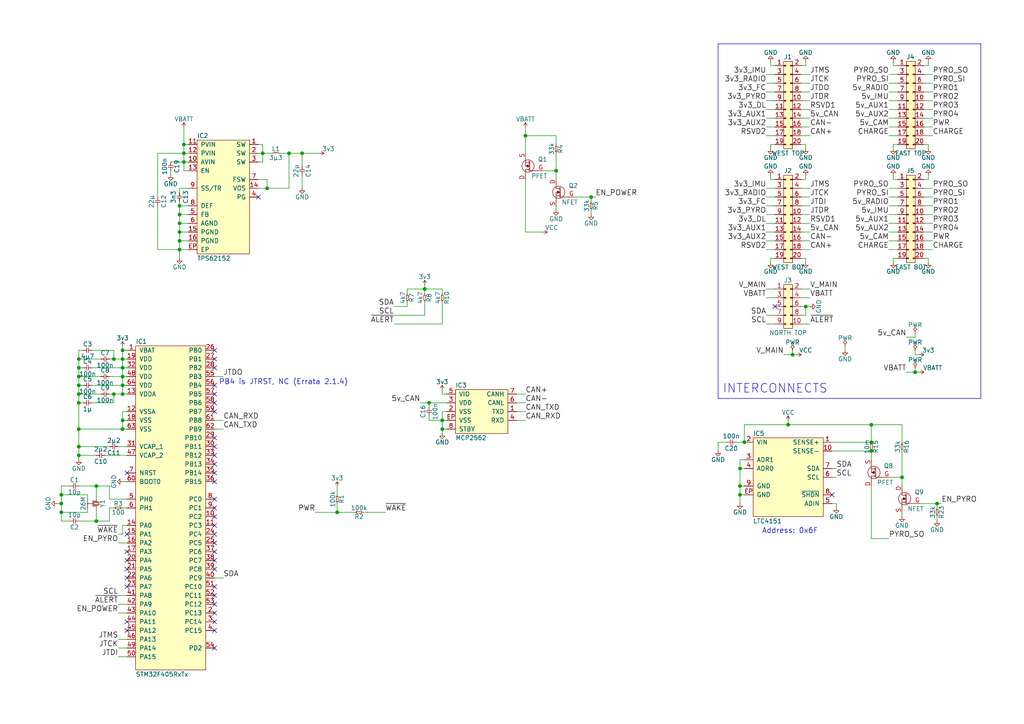
<source format=kicad_sch>
(kicad_sch (version 20230121) (generator eeschema)
  (paper "A4")
  (title_block (title "M3PSU - MCU Board") (date "2017-01-11") (rev "2") (company "CU Spaceflight") (comment 1 "Drawn by: Levin Tan, Jamie Wood"))
  (junction (at 35.56 104.14))
  (junction (at 33.02 114.3))
  (junction (at 17.78 143.51))
  (junction (at 35.56 114.3))
  (junction (at 128.27 124.46))
  (junction (at 214.63 140.97))
  (junction (at 215.9 128.27))
  (junction (at 53.34 41.91))
  (junction (at 252.73 128.27))
  (junction (at 22.86 104.14))
  (junction (at 161.29 49.53))
  (junction (at 52.07 69.85))
  (junction (at 22.86 129.54))
  (junction (at 22.86 106.68))
  (junction (at 35.56 124.46))
  (junction (at 22.86 124.46))
  (junction (at 271.78 146.05))
  (junction (at 87.63 44.45))
  (junction (at 77.47 54.61))
  (junction (at 33.02 104.14))
  (junction (at 22.86 114.3))
  (junction (at 17.78 148.59))
  (junction (at 229.87 102.87))
  (junction (at 52.07 64.77))
  (junction (at 35.56 111.76))
  (junction (at 35.56 106.68))
  (junction (at 214.63 135.89))
  (junction (at 128.27 121.92))
  (junction (at 228.6 123.19))
  (junction (at 35.56 121.92))
  (junction (at 27.94 140.97))
  (junction (at 22.86 116.84))
  (junction (at 52.07 67.31))
  (junction (at 265.43 107.95))
  (junction (at 97.79 148.59))
  (junction (at 52.07 59.69))
  (junction (at 233.68 88.9))
  (junction (at 53.34 46.99))
  (junction (at 252.73 130.81))
  (junction (at 22.86 111.76))
  (junction (at 83.82 44.45))
  (junction (at 52.07 62.23))
  (junction (at 17.78 146.05))
  (junction (at 124.46 116.84))
  (junction (at 22.86 132.08))
  (junction (at 214.63 143.51))
  (junction (at 123.19 83.82))
  (junction (at 27.94 151.13))
  (junction (at 35.56 109.22))
  (junction (at 22.86 109.22))
  (junction (at 52.07 72.39))
  (junction (at 152.4 39.37))
  (junction (at 252.73 123.19))
  (junction (at 261.62 138.43))
  (junction (at 53.34 44.45))
  (junction (at 76.2 44.45))
  (junction (at 171.45 57.15))
  (junction (at 35.56 101.6))
  (no_connect (at 62.23 162.56))
  (no_connect (at 62.23 172.72))
  (no_connect (at 62.23 137.16))
  (no_connect (at 62.23 106.68))
  (no_connect (at 62.23 104.14))
  (no_connect (at 62.23 111.76))
  (no_connect (at 241.3 143.51))
  (no_connect (at 62.23 132.08))
  (no_connect (at 62.23 139.7))
  (no_connect (at 62.23 152.4))
  (no_connect (at 62.23 170.18))
  (no_connect (at 62.23 114.3))
  (no_connect (at 62.23 154.94))
  (no_connect (at 62.23 187.96))
  (no_connect (at 36.83 167.64))
  (no_connect (at 62.23 180.34))
  (no_connect (at 36.83 165.1))
  (no_connect (at 74.93 57.15))
  (no_connect (at 36.83 170.18))
  (no_connect (at 36.83 137.16))
  (no_connect (at 36.83 162.56))
  (no_connect (at 36.83 160.02))
  (no_connect (at 36.83 182.88))
  (no_connect (at 62.23 177.8))
  (no_connect (at 62.23 160.02))
  (no_connect (at 62.23 182.88))
  (no_connect (at 62.23 144.78))
  (no_connect (at 62.23 149.86))
  (no_connect (at 62.23 147.32))
  (no_connect (at 62.23 134.62))
  (no_connect (at 62.23 101.6))
  (no_connect (at 62.23 165.1))
  (no_connect (at 62.23 127))
  (no_connect (at 62.23 175.26))
  (no_connect (at 36.83 180.34))
  (no_connect (at 224.79 88.9))
  (no_connect (at 62.23 116.84))
  (no_connect (at 62.23 119.38))
  (no_connect (at 62.23 157.48))
  (no_connect (at 62.23 129.54))
  (no_connect (at 36.83 154.94))
  (wire (pts (xy 33.02 116.84) (xy 33.02 114.3)))
  (wire (pts (xy 31.75 104.14) (xy 33.02 104.14)))
  (wire (pts (xy 233.68 19.05) (xy 233.68 17.78)))
  (wire (pts (xy 232.41 59.69) (xy 234.95 59.69)))
  (wire (pts (xy 265.43 106.68) (xy 265.43 107.95)))
  (wire (pts (xy 25.4 147.32) (xy 25.4 148.59)))
  (wire (pts (xy 262.89 97.79) (xy 265.43 97.79)))
  (wire (pts (xy 26.67 111.76) (xy 35.56 111.76)))
  (wire (pts (xy 267.97 59.69) (xy 270.51 59.69)))
  (wire (pts (xy 270.51 24.13) (xy 267.97 24.13)))
  (wire (pts (xy 241.3 138.43) (xy 242.57 138.43)))
  (wire (pts (xy 232.41 21.59) (xy 234.95 21.59)))
  (wire (pts (xy 223.52 17.78) (xy 223.52 19.05)))
  (wire (pts (xy 224.79 86.36) (xy 222.25 86.36)))
  (wire (pts (xy 26.67 101.6) (xy 33.02 101.6)))
  (wire (pts (xy 27.94 147.32) (xy 27.94 151.13)))
  (wire (pts (xy 252.73 130.81) (xy 252.73 133.35)))
  (wire (pts (xy 22.86 101.6) (xy 22.86 104.14)))
  (wire (pts (xy 105.41 148.59) (xy 111.76 148.59)))
  (wire (pts (xy 35.56 111.76) (xy 35.56 114.3)))
  (wire (pts (xy 267.97 72.39) (xy 270.51 72.39)))
  (wire (pts (xy 267.97 21.59) (xy 270.51 21.59)))
  (wire (pts (xy 232.41 36.83) (xy 234.95 36.83)))
  (wire (pts (xy 123.19 83.82) (xy 123.19 85.09)))
  (wire (pts (xy 161.29 44.45) (xy 161.29 49.53)))
  (wire (pts (xy 22.86 106.68) (xy 22.86 109.22)))
  (wire (pts (xy 161.29 59.69) (xy 161.29 60.96)))
  (wire (pts (xy 52.07 72.39) (xy 54.61 72.39)))
  (wire (pts (xy 54.61 59.69) (xy 52.07 59.69)))
  (wire (pts (xy 45.72 44.45) (xy 53.34 44.45)))
  (wire (pts (xy 252.73 128.27) (xy 252.73 123.19)))
  (wire (pts (xy 215.9 123.19) (xy 228.6 123.19)))
  (wire (pts (xy 152.4 116.84) (xy 149.86 116.84)))
  (wire (pts (xy 128.27 93.98) (xy 114.3 93.98)))
  (wire (pts (xy 252.73 123.19) (xy 261.62 123.19)))
  (wire (pts (xy 269.24 74.93) (xy 269.24 76.2)))
  (wire (pts (xy 267.97 41.91) (xy 269.24 41.91)))
  (wire (pts (xy 49.53 50.8) (xy 49.53 49.53)))
  (wire (pts (xy 53.34 49.53) (xy 54.61 49.53)))
  (wire (pts (xy 265.43 97.79) (xy 265.43 96.52)))
  (wire (pts (xy 161.29 49.53) (xy 161.29 52.07)))
  (wire (pts (xy 17.78 148.59) (xy 17.78 151.13)))
  (wire (pts (xy 35.56 109.22) (xy 36.83 109.22)))
  (wire (pts (xy 232.41 72.39) (xy 234.95 72.39)))
  (wire (pts (xy 232.41 83.82) (xy 234.95 83.82)))
  (wire (pts (xy 252.73 156.21) (xy 257.81 156.21)))
  (wire (pts (xy 25.4 148.59) (xy 17.78 148.59)))
  (wire (pts (xy 157.48 49.53) (xy 161.29 49.53)))
  (wire (pts (xy 214.63 143.51) (xy 214.63 146.05)))
  (wire (pts (xy 223.52 74.93) (xy 223.52 76.2)))
  (wire (pts (xy 232.41 29.21) (xy 234.95 29.21)))
  (wire (pts (xy 232.41 69.85) (xy 234.95 69.85)))
  (wire (pts (xy 45.72 72.39) (xy 52.07 72.39)))
  (wire (pts (xy 232.41 52.07) (xy 233.68 52.07)))
  (wire (pts (xy 259.08 19.05) (xy 259.08 17.78)))
  (wire (pts (xy 27.94 144.78) (xy 27.94 140.97)))
  (wire (pts (xy 22.86 106.68) (xy 24.13 106.68)))
  (wire (pts (xy 24.13 101.6) (xy 22.86 101.6)))
  (wire (pts (xy 222.25 36.83) (xy 224.79 36.83)))
  (wire (pts (xy 114.3 91.44) (xy 123.19 91.44)))
  (wire (pts (xy 123.19 83.82) (xy 128.27 83.82)))
  (wire (pts (xy 118.11 83.82) (xy 118.11 85.09)))
  (wire (pts (xy 22.86 132.08) (xy 22.86 133.35)))
  (wire (pts (xy 267.97 39.37) (xy 270.51 39.37)))
  (wire (pts (xy 224.79 31.75) (xy 222.25 31.75)))
  (wire (pts (xy 33.02 114.3) (xy 35.56 114.3)))
  (wire (pts (xy 257.81 34.29) (xy 260.35 34.29)))
  (wire (pts (xy 22.86 109.22) (xy 29.21 109.22)))
  (wire (pts (xy 74.93 52.07) (xy 77.47 52.07)))
  (polyline (pts (xy 208.28 115.57) (xy 284.48 115.57)))
  (wire (pts (xy 232.41 62.23) (xy 234.95 62.23)))
  (wire (pts (xy 36.83 185.42) (xy 34.29 185.42)))
  (wire (pts (xy 53.34 44.45) (xy 53.34 46.99)))
  (wire (pts (xy 36.83 119.38) (xy 35.56 119.38)))
  (wire (pts (xy 128.27 119.38) (xy 128.27 121.92)))
  (wire (pts (xy 271.78 147.32) (xy 271.78 146.05)))
  (wire (pts (xy 149.86 121.92) (xy 152.4 121.92)))
  (polyline (pts (xy 208.28 12.7) (xy 208.28 115.57)))
  (wire (pts (xy 62.23 167.64) (xy 64.77 167.64)))
  (wire (pts (xy 265.43 101.6) (xy 265.43 102.87)))
  (wire (pts (xy 34.29 154.94) (xy 35.56 154.94)))
  (wire (pts (xy 265.43 102.87) (xy 266.7 102.87)))
  (wire (pts (xy 83.82 54.61) (xy 83.82 44.45)))
  (wire (pts (xy 22.86 132.08) (xy 27.94 132.08)))
  (wire (pts (xy 215.9 123.19) (xy 215.9 128.27)))
  (wire (pts (xy 118.11 88.9) (xy 118.11 87.63)))
  (wire (pts (xy 224.79 62.23) (xy 222.25 62.23)))
  (wire (pts (xy 224.79 54.61) (xy 222.25 54.61)))
  (wire (pts (xy 228.6 123.19) (xy 252.73 123.19)))
  (wire (pts (xy 35.56 109.22) (xy 35.56 111.76)))
  (wire (pts (xy 20.32 140.97) (xy 17.78 140.97)))
  (wire (pts (xy 22.86 129.54) (xy 31.75 129.54)))
  (wire (pts (xy 260.35 21.59) (xy 257.81 21.59)))
  (wire (pts (xy 118.11 88.9) (xy 114.3 88.9)))
  (wire (pts (xy 22.86 140.97) (xy 27.94 140.97)))
  (wire (pts (xy 129.54 119.38) (xy 128.27 119.38)))
  (wire (pts (xy 81.28 44.45) (xy 83.82 44.45)))
  (wire (pts (xy 259.08 41.91) (xy 259.08 43.18)))
  (wire (pts (xy 260.35 64.77) (xy 257.81 64.77)))
  (wire (pts (xy 27.94 151.13) (xy 31.75 151.13)))
  (wire (pts (xy 223.52 50.8) (xy 223.52 52.07)))
  (wire (pts (xy 22.86 114.3) (xy 29.21 114.3)))
  (wire (pts (xy 166.37 57.15) (xy 171.45 57.15)))
  (wire (pts (xy 233.68 88.9) (xy 234.95 88.9)))
  (wire (pts (xy 224.79 72.39) (xy 222.25 72.39)))
  (wire (pts (xy 269.24 19.05) (xy 269.24 17.78)))
  (wire (pts (xy 215.9 135.89) (xy 214.63 135.89)))
  (wire (pts (xy 31.75 140.97) (xy 31.75 144.78)))
  (wire (pts (xy 49.53 46.99) (xy 53.34 46.99)))
  (wire (pts (xy 271.78 146.05) (xy 273.05 146.05)))
  (wire (pts (xy 257.81 57.15) (xy 260.35 57.15)))
  (wire (pts (xy 53.34 44.45) (xy 54.61 44.45)))
  (wire (pts (xy 22.86 116.84) (xy 24.13 116.84)))
  (wire (pts (xy 270.51 29.21) (xy 267.97 29.21)))
  (wire (pts (xy 53.34 46.99) (xy 54.61 46.99)))
  (wire (pts (xy 260.35 59.69) (xy 257.81 59.69)))
  (wire (pts (xy 17.78 146.05) (xy 17.78 148.59)))
  (wire (pts (xy 261.62 148.59) (xy 261.62 149.86)))
  (wire (pts (xy 267.97 31.75) (xy 270.51 31.75)))
  (wire (pts (xy 124.46 116.84) (xy 124.46 118.11)))
  (wire (pts (xy 128.27 113.03) (xy 128.27 114.3)))
  (wire (pts (xy 35.56 139.7) (xy 36.83 139.7)))
  (wire (pts (xy 260.35 41.91) (xy 259.08 41.91)))
  (wire (pts (xy 22.86 111.76) (xy 24.13 111.76)))
  (wire (pts (xy 269.24 41.91) (xy 269.24 43.18)))
  (wire (pts (xy 128.27 114.3) (xy 129.54 114.3)))
  (wire (pts (xy 52.07 67.31) (xy 52.07 69.85)))
  (wire (pts (xy 224.79 64.77) (xy 222.25 64.77)))
  (wire (pts (xy 224.79 26.67) (xy 222.25 26.67)))
  (wire (pts (xy 224.79 67.31) (xy 222.25 67.31)))
  (wire (pts (xy 52.07 69.85) (xy 54.61 69.85)))
  (wire (pts (xy 152.4 114.3) (xy 149.86 114.3)))
  (wire (pts (xy 223.52 41.91) (xy 223.52 43.18)))
  (wire (pts (xy 33.02 104.14) (xy 35.56 104.14)))
  (wire (pts (xy 128.27 121.92) (xy 129.54 121.92)))
  (wire (pts (xy 257.81 39.37) (xy 260.35 39.37)))
  (wire (pts (xy 87.63 50.8) (xy 87.63 54.61)))
  (wire (pts (xy 229.87 102.87) (xy 231.14 102.87)))
  (wire (pts (xy 227.33 102.87) (xy 229.87 102.87)))
  (wire (pts (xy 224.79 59.69) (xy 222.25 59.69)))
  (wire (pts (xy 35.56 111.76) (xy 36.83 111.76)))
  (wire (pts (xy 171.45 58.42) (xy 171.45 57.15)))
  (wire (pts (xy 35.56 101.6) (xy 36.83 101.6)))
  (wire (pts (xy 214.63 135.89) (xy 214.63 140.97)))
  (wire (pts (xy 214.63 133.35) (xy 214.63 135.89)))
  (wire (pts (xy 35.56 154.94) (xy 35.56 152.4)))
  (wire (pts (xy 214.63 140.97) (xy 215.9 140.97)))
  (wire (pts (xy 35.56 100.33) (xy 35.56 101.6)))
  (wire (pts (xy 152.4 39.37) (xy 152.4 44.45)))
  (wire (pts (xy 123.19 91.44) (xy 123.19 87.63)))
  (wire (pts (xy 74.93 54.61) (xy 77.47 54.61)))
  (wire (pts (xy 233.68 91.44) (xy 232.41 91.44)))
  (wire (pts (xy 257.81 29.21) (xy 260.35 29.21)))
  (wire (pts (xy 36.83 187.96) (xy 34.29 187.96)))
  (wire (pts (xy 34.29 129.54) (xy 36.83 129.54)))
  (wire (pts (xy 31.75 144.78) (xy 36.83 144.78)))
  (wire (pts (xy 31.75 114.3) (xy 33.02 114.3)))
  (wire (pts (xy 97.79 140.97) (xy 97.79 143.51)))
  (wire (pts (xy 223.52 52.07) (xy 224.79 52.07)))
  (wire (pts (xy 259.08 52.07) (xy 259.08 50.8)))
  (wire (pts (xy 222.25 69.85) (xy 224.79 69.85)))
  (wire (pts (xy 62.23 109.22) (xy 64.77 109.22)))
  (wire (pts (xy 22.86 116.84) (xy 22.86 124.46)))
  (wire (pts (xy 35.56 106.68) (xy 35.56 109.22)))
  (wire (pts (xy 267.97 26.67) (xy 270.51 26.67)))
  (wire (pts (xy 35.56 104.14) (xy 36.83 104.14)))
  (wire (pts (xy 271.78 151.13) (xy 271.78 149.86)))
  (wire (pts (xy 25.4 143.51) (xy 17.78 143.51)))
  (wire (pts (xy 22.86 109.22) (xy 22.86 111.76)))
  (wire (pts (xy 17.78 151.13) (xy 20.32 151.13)))
  (wire (pts (xy 214.63 140.97) (xy 214.63 143.51)))
  (wire (pts (xy 229.87 101.6) (xy 229.87 102.87)))
  (wire (pts (xy 29.21 104.14) (xy 22.86 104.14)))
  (wire (pts (xy 267.97 54.61) (xy 270.51 54.61)))
  (wire (pts (xy 233.68 88.9) (xy 233.68 91.44)))
  (wire (pts (xy 22.86 111.76) (xy 22.86 114.3)))
  (wire (pts (xy 232.41 57.15) (xy 234.95 57.15)))
  (wire (pts (xy 241.3 128.27) (xy 252.73 128.27)))
  (wire (pts (xy 267.97 19.05) (xy 269.24 19.05)))
  (wire (pts (xy 245.11 100.33) (xy 245.11 101.6)))
  (wire (pts (xy 223.52 19.05) (xy 224.79 19.05)))
  (wire (pts (xy 232.41 26.67) (xy 234.95 26.67)))
  (wire (pts (xy 22.86 151.13) (xy 27.94 151.13)))
  (wire (pts (xy 267.97 67.31) (xy 270.51 67.31)))
  (wire (pts (xy 52.07 64.77) (xy 54.61 64.77)))
  (wire (pts (xy 152.4 36.83) (xy 152.4 39.37)))
  (wire (pts (xy 52.07 54.61) (xy 52.07 55.88)))
  (wire (pts (xy 265.43 107.95) (xy 266.7 107.95)))
  (wire (pts (xy 224.79 41.91) (xy 223.52 41.91)))
  (wire (pts (xy 269.24 52.07) (xy 269.24 50.8)))
  (wire (pts (xy 252.73 140.97) (xy 252.73 156.21)))
  (wire (pts (xy 77.47 52.07) (xy 77.47 54.61)))
  (wire (pts (xy 232.41 31.75) (xy 234.95 31.75)))
  (wire (pts (xy 260.35 19.05) (xy 259.08 19.05)))
  (wire (pts (xy 36.83 172.72) (xy 34.29 172.72)))
  (wire (pts (xy 262.89 107.95) (xy 265.43 107.95)))
  (wire (pts (xy 76.2 44.45) (xy 76.2 46.99)))
  (wire (pts (xy 232.41 88.9) (xy 233.68 88.9)))
  (wire (pts (xy 152.4 67.31) (xy 157.48 67.31)))
  (wire (pts (xy 232.41 41.91) (xy 233.68 41.91)))
  (wire (pts (xy 22.86 124.46) (xy 22.86 129.54)))
  (wire (pts (xy 232.41 67.31) (xy 234.95 67.31)))
  (wire (pts (xy 224.79 57.15) (xy 222.25 57.15)))
  (wire (pts (xy 224.79 83.82) (xy 222.25 83.82)))
  (wire (pts (xy 74.93 44.45) (xy 76.2 44.45)))
  (wire (pts (xy 215.9 133.35) (xy 214.63 133.35)))
  (wire (pts (xy 224.79 39.37) (xy 222.25 39.37)))
  (wire (pts (xy 53.34 46.99) (xy 53.34 49.53)))
  (wire (pts (xy 121.92 116.84) (xy 124.46 116.84)))
  (wire (pts (xy 22.86 129.54) (xy 22.86 132.08)))
  (wire (pts (xy 171.45 57.15) (xy 172.72 57.15)))
  (wire (pts (xy 35.56 121.92) (xy 35.56 124.46)))
  (wire (pts (xy 118.11 83.82) (xy 123.19 83.82)))
  (wire (pts (xy 241.3 130.81) (xy 252.73 130.81)))
  (wire (pts (xy 224.79 74.93) (xy 223.52 74.93)))
  (wire (pts (xy 54.61 41.91) (xy 53.34 41.91)))
  (wire (pts (xy 232.41 54.61) (xy 234.95 54.61)))
  (wire (pts (xy 53.34 36.83) (xy 53.34 41.91)))
  (wire (pts (xy 25.4 144.78) (xy 25.4 143.51)))
  (wire (pts (xy 36.83 132.08) (xy 30.48 132.08)))
  (wire (pts (xy 35.56 114.3) (xy 36.83 114.3)))
  (wire (pts (xy 36.83 147.32) (xy 35.56 147.32)))
  (wire (pts (xy 261.62 123.19) (xy 261.62 128.27)))
  (wire (pts (xy 128.27 83.82) (xy 128.27 85.09)))
  (wire (pts (xy 26.67 116.84) (xy 33.02 116.84)))
  (wire (pts (xy 152.4 52.07) (xy 152.4 67.31)))
  (wire (pts (xy 31.75 147.32) (xy 31.75 151.13)))
  (wire (pts (xy 214.63 143.51) (xy 215.9 143.51)))
  (wire (pts (xy 233.68 41.91) (xy 233.68 43.18)))
  (wire (pts (xy 97.79 148.59) (xy 102.87 148.59)))
  (wire (pts (xy 53.34 41.91) (xy 53.34 44.45)))
  (wire (pts (xy 224.79 34.29) (xy 222.25 34.29)))
  (wire (pts (xy 97.79 146.05) (xy 97.79 148.59)))
  (wire (pts (xy 52.07 64.77) (xy 52.07 67.31)))
  (wire (pts (xy 52.07 67.31) (xy 54.61 67.31)))
  (wire (pts (xy 267.97 64.77) (xy 270.51 64.77)))
  (wire (pts (xy 35.56 101.6) (xy 35.56 104.14)))
  (wire (pts (xy 83.82 44.45) (xy 87.63 44.45)))
  (wire (pts (xy 54.61 54.61) (xy 52.07 54.61)))
  (wire (pts (xy 259.08 74.93) (xy 259.08 76.2)))
  (wire (pts (xy 261.62 130.81) (xy 261.62 138.43)))
  (wire (pts (xy 45.72 44.45) (xy 45.72 57.15)))
  (wire (pts (xy 232.41 74.93) (xy 233.68 74.93)))
  (wire (pts (xy 33.02 147.32) (xy 31.75 147.32)))
  (polyline (pts (xy 284.48 12.7) (xy 208.28 12.7)))
  (wire (pts (xy 124.46 121.92) (xy 124.46 120.65)))
  (wire (pts (xy 233.68 52.07) (xy 233.68 50.8)))
  (wire (pts (xy 17.78 140.97) (xy 17.78 143.51)))
  (wire (pts (xy 260.35 31.75) (xy 257.81 31.75)))
  (wire (pts (xy 64.77 124.46) (xy 62.23 124.46)))
  (wire (pts (xy 260.35 74.93) (xy 259.08 74.93)))
  (wire (pts (xy 267.97 52.07) (xy 269.24 52.07)))
  (wire (pts (xy 124.46 116.84) (xy 129.54 116.84)))
  (wire (pts (xy 123.19 82.55) (xy 123.19 83.82)))
  (wire (pts (xy 22.86 104.14) (xy 22.86 106.68)))
  (wire (pts (xy 52.07 62.23) (xy 52.07 64.77)))
  (wire (pts (xy 76.2 44.45) (xy 78.74 44.45)))
  (wire (pts (xy 224.79 21.59) (xy 222.25 21.59)))
  (wire (pts (xy 215.9 128.27) (xy 213.36 128.27)))
  (wire (pts (xy 270.51 62.23) (xy 267.97 62.23)))
  (wire (pts (xy 208.28 130.81) (xy 208.28 128.27)))
  (wire (pts (xy 228.6 121.92) (xy 228.6 123.19)))
  (wire (pts (xy 17.78 146.05) (xy 16.51 146.05)))
  (wire (pts (xy 128.27 124.46) (xy 129.54 124.46)))
  (wire (pts (xy 91.44 148.59) (xy 97.79 148.59)))
  (wire (pts (xy 35.56 104.14) (xy 35.56 106.68)))
  (wire (pts (xy 76.2 46.99) (xy 74.93 46.99)))
  (wire (pts (xy 267.97 34.29) (xy 270.51 34.29)))
  (wire (pts (xy 261.62 138.43) (xy 261.62 140.97)))
  (wire (pts (xy 52.07 59.69) (xy 52.07 62.23)))
  (wire (pts (xy 52.07 58.42) (xy 52.07 59.69)))
  (wire (pts (xy 33.02 101.6) (xy 33.02 104.14)))
  (wire (pts (xy 87.63 44.45) (xy 87.63 48.26)))
  (wire (pts (xy 27.94 140.97) (xy 31.75 140.97)))
  (wire (pts (xy 270.51 57.15) (xy 267.97 57.15)))
  (wire (pts (xy 149.86 119.38) (xy 152.4 119.38)))
  (wire (pts (xy 232.41 19.05) (xy 233.68 19.05)))
  (wire (pts (xy 260.35 36.83) (xy 257.81 36.83)))
  (wire (pts (xy 22.86 114.3) (xy 22.86 116.84)))
  (wire (pts (xy 242.57 146.05) (xy 242.57 147.32)))
  (wire (pts (xy 241.3 135.89) (xy 242.57 135.89)))
  (wire (pts (xy 232.41 24.13) (xy 234.95 24.13)))
  (wire (pts (xy 128.27 124.46) (xy 128.27 125.73)))
  (wire (pts (xy 36.83 152.4) (xy 35.56 152.4)))
  (wire (pts (xy 232.41 86.36) (xy 234.95 86.36)))
  (wire (pts (xy 260.35 54.61) (xy 257.81 54.61)))
  (wire (pts (xy 124.46 121.92) (xy 128.27 121.92)))
  (wire (pts (xy 128.27 87.63) (xy 128.27 93.98)))
  (wire (pts (xy 257.81 72.39) (xy 260.35 72.39)))
  (wire (pts (xy 270.51 36.83) (xy 267.97 36.83)))
  (wire (pts (xy 52.07 72.39) (xy 52.07 74.93)))
  (wire (pts (xy 77.47 54.61) (xy 83.82 54.61)))
  (wire (pts (xy 270.51 69.85) (xy 267.97 69.85)))
  (wire (pts (xy 208.28 128.27) (xy 210.82 128.27)))
  (wire (pts (xy 35.56 124.46) (xy 36.83 124.46)))
  (wire (pts (xy 257.81 24.13) (xy 260.35 24.13)))
  (wire (pts (xy 45.72 59.69) (xy 45.72 72.39)))
  (wire (pts (xy 257.81 67.31) (xy 260.35 67.31)))
  (wire (pts (xy 260.35 69.85) (xy 257.81 69.85)))
  (wire (pts (xy 128.27 121.92) (xy 128.27 124.46)))
  (wire (pts (xy 17.78 143.51) (xy 17.78 146.05)))
  (wire (pts (xy 36.83 190.5) (xy 34.29 190.5)))
  (wire (pts (xy 161.29 41.91) (xy 161.29 39.37)))
  (wire (pts (xy 224.79 91.44) (xy 222.25 91.44)))
  (wire (pts (xy 260.35 52.07) (xy 259.08 52.07)))
  (wire (pts (xy 232.41 34.29) (xy 234.95 34.29)))
  (wire (pts (xy 52.07 62.23) (xy 54.61 62.23)))
  (wire (pts (xy 35.56 119.38) (xy 35.56 121.92)))
  (wire (pts (xy 26.67 106.68) (xy 35.56 106.68)))
  (wire (pts (xy 260.35 26.67) (xy 257.81 26.67)))
  (wire (pts (xy 267.97 74.93) (xy 269.24 74.93)))
  (wire (pts (xy 171.45 62.23) (xy 171.45 60.96)))
  (wire (pts (xy 224.79 24.13) (xy 222.25 24.13)))
  (wire (pts (xy 36.83 175.26) (xy 34.29 175.26)))
  (wire (pts (xy 161.29 39.37) (xy 152.4 39.37)))
  (wire (pts (xy 224.79 93.98) (xy 222.25 93.98)))
  (wire (pts (xy 31.75 109.22) (xy 35.56 109.22)))
  (polyline (pts (xy 284.48 115.57) (xy 284.48 12.7)))
  (wire (pts (xy 241.3 146.05) (xy 242.57 146.05)))
  (wire (pts (xy 232.41 39.37) (xy 234.95 39.37)))
  (wire (pts (xy 52.07 69.85) (xy 52.07 72.39)))
  (wire (pts (xy 266.7 146.05) (xy 271.78 146.05)))
  (wire (pts (xy 36.83 121.92) (xy 35.56 121.92)))
  (wire (pts (xy 224.79 29.21) (xy 222.25 29.21)))
  (wire (pts (xy 76.2 41.91) (xy 74.93 41.91)))
  (wire (pts (xy 62.23 121.92) (xy 64.77 121.92)))
  (wire (pts (xy 76.2 41.91) (xy 76.2 44.45)))
  (wire (pts (xy 35.56 106.68) (xy 36.83 106.68)))
  (wire (pts (xy 34.29 177.8) (xy 36.83 177.8)))
  (wire (pts (xy 257.81 62.23) (xy 260.35 62.23)))
  (wire (pts (xy 34.29 157.48) (xy 36.83 157.48)))
  (wire (pts (xy 232.41 93.98) (xy 234.95 93.98)))
  (wire (pts (xy 232.41 64.77) (xy 234.95 64.77)))
  (wire (pts (xy 22.86 124.46) (xy 35.56 124.46)))
  (wire (pts (xy 87.63 44.45) (xy 92.71 44.45)))
  (wire (pts (xy 257.81 138.43) (xy 261.62 138.43)))
  (wire (pts (xy 233.68 74.93) (xy 233.68 76.2)))
  (text "Address: 0x6F" (at 220.98 154.94 0) (effects (font (size 1.524 1.524)) (justify left bottom)))
  (text "INTERCONNECTS" (at 209.55 114.3 0) (effects (font (size 2.54 2.54)) (justify left bottom)))
  (text "PB4 is JTRST, NC (Errata 2.1.4)" (at 63.5 111.76 0) (effects (font (size 1.524 1.524)) (justify left bottom)))
  (label "PYRO_SI" (at 270.51 24.13 0) (effects (font (size 1.524 1.524))))
  (label "JTMS" (at 234.95 21.59 0) (effects (font (size 1.524 1.524))))
  (label "CHARGE" (at 270.51 72.39 0) (effects (font (size 1.524 1.524))))
  (label "JTCK" (at 34.29 187.96 180) (effects (font (size 1.524 1.524))))
  (label "JTCK" (at 234.95 57.15 0) (effects (font (size 1.524 1.524))))
  (label "V_MAIN" (at 222.25 83.82 180) (effects (font (size 1.524 1.524))))
  (label "JTDO" (at 234.95 26.67 0) (effects (font (size 1.524 1.524))))
  (label "SCL" (at 114.3 91.44 180) (effects (font (size 1.524 1.524))))
  (label "5v_CAN" (at 262.89 97.79 180) (effects (font (size 1.524 1.524))))
  (label "V_MAIN" (at 234.95 83.82 0) (effects (font (size 1.524 1.524))))
  (label "3v3_FC" (at 222.25 26.67 180) (effects (font (size 1.524 1.524))))
  (label "5v_CAM" (at 257.81 69.85 180) (effects (font (size 1.524 1.524))))
  (label "CAN-" (at 234.95 36.83 0) (effects (font (size 1.524 1.524))))
  (label "RSVD2" (at 222.25 72.39 180) (effects (font (size 1.524 1.524))))
  (label "5v_AUX2" (at 257.81 34.29 180) (effects (font (size 1.524 1.524))))
  (label "EN_PYRO" (at 34.29 157.48 180) (effects (font (size 1.524 1.524))))
  (label "V_MAIN" (at 227.33 102.87 180) (effects (font (size 1.524 1.524))))
  (label "PYRO2" (at 270.51 62.23 0) (effects (font (size 1.524 1.524))))
  (label "JTDI" (at 234.95 59.69 0) (effects (font (size 1.524 1.524))))
  (label "SCL" (at 34.29 172.72 180) (effects (font (size 1.524 1.524))))
  (label "~{ALERT}" (at 234.95 93.98 0) (effects (font (size 1.524 1.524))))
  (label "JTDR" (at 234.95 62.23 0) (effects (font (size 1.524 1.524))))
  (label "PYRO4" (at 270.51 67.31 0) (effects (font (size 1.524 1.524))))
  (label "5v_RADIO" (at 257.81 26.67 180) (effects (font (size 1.524 1.524))))
  (label "~{ALERT}" (at 114.3 93.98 180) (effects (font (size 1.524 1.524))))
  (label "CAN-" (at 152.4 116.84 0) (effects (font (size 1.524 1.524))))
  (label "CHARGE" (at 257.81 72.39 180) (effects (font (size 1.524 1.524))))
  (label "EN_PYRO" (at 273.05 146.05 0) (effects (font (size 1.524 1.524))))
  (label "RSVD1" (at 234.95 64.77 0) (effects (font (size 1.524 1.524))))
  (label "PYRO_SI" (at 257.81 57.15 180) (effects (font (size 1.524 1.524))))
  (label "5v_AUX1" (at 257.81 31.75 180) (effects (font (size 1.524 1.524))))
  (label "3v3_AUX2" (at 222.25 36.83 180) (effects (font (size 1.524 1.524))))
  (label "PYRO_SI" (at 257.81 24.13 180) (effects (font (size 1.524 1.524))))
  (label "CAN_TXD" (at 152.4 119.38 0) (effects (font (size 1.524 1.524))))
  (label "3v3_IMU" (at 222.25 21.59 180) (effects (font (size 1.524 1.524))))
  (label "PYRO1" (at 270.51 59.69 0) (effects (font (size 1.524 1.524))))
  (label "SCL" (at 222.25 93.98 180) (effects (font (size 1.524 1.524))))
  (label "3v3_AUX1" (at 222.25 67.31 180) (effects (font (size 1.524 1.524))))
  (label "3v3_PYRO" (at 222.25 29.21 180) (effects (font (size 1.524 1.524))))
  (label "PYRO_SO" (at 257.81 21.59 180) (effects (font (size 1.524 1.524))))
  (label "CAN+" (at 234.95 39.37 0) (effects (font (size 1.524 1.524))))
  (label "SDA" (at 222.25 91.44 180) (effects (font (size 1.524 1.524))))
  (label "3v3_RADIO" (at 222.25 57.15 180) (effects (font (size 1.524 1.524))))
  (label "JTMS" (at 34.29 185.42 180) (effects (font (size 1.524 1.524))))
  (label "VBATT" (at 234.95 86.36 0) (effects (font (size 1.524 1.524))))
  (label "5v_AUX1" (at 257.81 64.77 180) (effects (font (size 1.524 1.524))))
  (label "CAN+" (at 152.4 114.3 0) (effects (font (size 1.524 1.524))))
  (label "3v3_DL" (at 222.25 64.77 180) (effects (font (size 1.524 1.524))))
  (label "~{WAKE}" (at 111.76 148.59 0) (effects (font (size 1.524 1.524))))
  (label "PWR" (at 270.51 69.85 0) (effects (font (size 1.524 1.524))))
  (label "SDA" (at 114.3 88.9 180) (effects (font (size 1.524 1.524))))
  (label "3v3_AUX1" (at 222.25 34.29 180) (effects (font (size 1.524 1.524))))
  (label "3v3_DL" (at 222.25 31.75 180) (effects (font (size 1.524 1.524))))
  (label "5v_IMU" (at 257.81 62.23 180) (effects (font (size 1.524 1.524))))
  (label "JTDR" (at 234.95 29.21 0) (effects (font (size 1.524 1.524))))
  (label "JTDI" (at 34.29 190.5 180) (effects (font (size 1.524 1.524))))
  (label "5v_CAN" (at 234.95 34.29 0) (effects (font (size 1.524 1.524))))
  (label "3v3_RADIO" (at 222.25 24.13 180) (effects (font (size 1.524 1.524))))
  (label "CHARGE" (at 257.81 39.37 180) (effects (font (size 1.524 1.524))))
  (label "PWR" (at 270.51 36.83 0) (effects (font (size 1.524 1.524))))
  (label "PYRO_SO" (at 257.81 156.21 0) (effects (font (size 1.524 1.524))))
  (label "JTDO" (at 64.77 109.22 0) (effects (font (size 1.524 1.524))))
  (label "PWR" (at 91.44 148.59 180) (effects (font (size 1.524 1.524))))
  (label "VBATT" (at 222.25 86.36 180) (effects (font (size 1.524 1.524))))
  (label "CAN_RXD" (at 152.4 121.92 0) (effects (font (size 1.524 1.524))))
  (label "PYRO4" (at 270.51 34.29 0) (effects (font (size 1.524 1.524))))
  (label "PYRO1" (at 270.51 26.67 0) (effects (font (size 1.524 1.524))))
  (label "CAN_RXD" (at 64.77 121.92 0) (effects (font (size 1.524 1.524))))
  (label "VBATT" (at 262.89 107.95 180) (effects (font (size 1.524 1.524))))
  (label "EN_POWER" (at 34.29 177.8 180) (effects (font (size 1.524 1.524))))
  (label "CHARGE" (at 270.51 39.37 0) (effects (font (size 1.524 1.524))))
  (label "PYRO3" (at 270.51 64.77 0) (effects (font (size 1.524 1.524))))
  (label "PYRO_SO" (at 270.51 21.59 0) (effects (font (size 1.524 1.524))))
  (label "~{WAKE}" (at 34.29 154.94 180) (effects (font (size 1.524 1.524))))
  (label "PYRO_SO" (at 257.81 54.61 180) (effects (font (size 1.524 1.524))))
  (label "5v_CAN" (at 234.95 67.31 0) (effects (font (size 1.524 1.524))))
  (label "CAN-" (at 234.95 69.85 0) (effects (font (size 1.524 1.524))))
  (label "5v_IMU" (at 257.81 29.21 180) (effects (font (size 1.524 1.524))))
  (label "JTMS" (at 234.95 54.61 0) (effects (font (size 1.524 1.524))))
  (label "JTCK" (at 234.95 24.13 0) (effects (font (size 1.524 1.524))))
  (label "CAN_TXD" (at 64.77 124.46 0) (effects (font (size 1.524 1.524))))
  (label "3v3_FC" (at 222.25 59.69 180) (effects (font (size 1.524 1.524))))
  (label "3v3_IMU" (at 222.25 54.61 180) (effects (font (size 1.524 1.524))))
  (label "SCL" (at 242.57 138.43 0) (effects (font (size 1.524 1.524))))
  (label "SDA" (at 242.57 135.89 0) (effects (font (size 1.524 1.524))))
  (label "PYRO_SO" (at 270.51 54.61 0) (effects (font (size 1.524 1.524))))
  (label "5v_CAM" (at 257.81 36.83 180) (effects (font (size 1.524 1.524))))
  (label "3v3_AUX2" (at 222.25 69.85 180) (effects (font (size 1.524 1.524))))
  (label "5v_AUX2" (at 257.81 67.31 180) (effects (font (size 1.524 1.524))))
  (label "EN_POWER" (at 172.72 57.15 0) (effects (font (size 1.524 1.524))))
  (label "5v_RADIO" (at 257.81 59.69 180) (effects (font (size 1.524 1.524))))
  (label "PYRO3" (at 270.51 31.75 0) (effects (font (size 1.524 1.524))))
  (label "RSVD1" (at 234.95 31.75 0) (effects (font (size 1.524 1.524))))
  (label "~{ALERT}" (at 34.29 175.26 180) (effects (font (size 1.524 1.524))))
  (label "RSVD2" (at 222.25 39.37 180) (effects (font (size 1.524 1.524))))
  (label "PYRO_SI" (at 270.51 57.15 0) (effects (font (size 1.524 1.524))))
  (label "PYRO2" (at 270.51 29.21 0) (effects (font (size 1.524 1.524))))
  (label "CAN+" (at 234.95 72.39 0) (effects (font (size 1.524 1.524))))
  (label "5v_CAN" (at 121.92 116.84 180) (effects (font (size 1.524 1.524))))
  (label "SDA" (at 64.77 167.64 0) (effects (font (size 1.524 1.524))))
  (label "3v3_PYRO" (at 222.25 62.23 180) (effects (font (size 1.524 1.524))))
  (symbol (lib_id "PSU-MC-Board-rescue:STM32F405RxTx") (at 49.53 147.32 0) (unit 1)
    (property "Reference" "IC1" (at 39.37 99.06 0) (effects (justify left)))
    (property "Value" "STM32F405RxTx" (at 39.37 195.58 0) (effects (justify left)))
    (property "Footprint" "agg:LQFP-64" (effects hide))
    (property "Datasheet" "http://www.st.com/st-web-ui/static/active/en/resource/technical/document/datasheet/DM00037051.pdf" (effects hide))
    (property "Farnell" "2064363" (effects hide))
  )
  (symbol (lib_id "PSU-MC-Board-rescue:GND") (at 35.56 139.7 270) (unit 1)
    (property "Reference" "#PWR01" (effects hide))
    (property "Value" "GND" (at 33.02 139.7 0))
  )
  (symbol (lib_id "PSU-MC-Board-rescue:C") (at 34.29 129.54 180) (unit 1)
    (property "Reference" "C11" (at 33.02 131.318 0))
    (property "Value" "2µ2" (at 33.02 127.762 0))
    (property "Footprint" "agg:0402" (effects hide))
    (property "Farnell" "2362088" (effects hide))
  )
  (symbol (lib_id "PSU-MC-Board-rescue:C") (at 30.48 132.08 180) (unit 1)
    (property "Reference" "C10" (at 29.21 133.858 0))
    (property "Value" "2µ2" (at 29.21 130.302 0))
    (property "Footprint" "agg:0402" (effects hide))
    (property "Farnell" "2362088" (effects hide))
  )
  (symbol (lib_id "PSU-MC-Board-rescue:SMD_XTAL") (at 27.94 144.78 270) (unit 1)
    (property "Reference" "Y1" (at 29.718 146.05 0))
    (property "Value" "26M" (at 24.13 146.05 0))
    (property "Footprint" "agg:XTAL-20x16" (effects hide))
    (property "Farnell" "2506952" (effects hide))
  )
  (symbol (lib_id "PSU-MC-Board-rescue:C") (at 22.86 151.13 180) (unit 1)
    (property "Reference" "C2" (at 21.59 152.908 0))
    (property "Value" "10p" (at 21.59 149.352 0))
    (property "Footprint" "agg:0402" (effects hide))
    (property "Farnell" "2496790" (effects hide))
  )
  (symbol (lib_id "PSU-MC-Board-rescue:C") (at 20.32 140.97 0) (unit 1)
    (property "Reference" "C1" (at 21.59 139.192 0))
    (property "Value" "10p" (at 21.59 142.748 0))
    (property "Footprint" "agg:0402" (effects hide))
    (property "Farnell" "2496790" (effects hide))
  )
  (symbol (lib_id "PSU-MC-Board-rescue:GND") (at 16.51 146.05 270) (unit 1)
    (property "Reference" "#PWR02" (effects hide))
    (property "Value" "GND" (at 13.97 146.05 0))
  )
  (symbol (lib_id "PSU-MC-Board-rescue:C") (at 29.21 104.14 0) (unit 1)
    (property "Reference" "C7" (at 30.48 102.362 0))
    (property "Value" "100n" (at 30.48 105.918 0))
    (property "Footprint" "agg:0402" (effects hide))
    (property "Farnell" "2496771" (effects hide))
  )
  (symbol (lib_id "PSU-MC-Board-rescue:C") (at 24.13 116.84 0) (unit 1)
    (property "Reference" "C6" (at 25.4 115.062 0))
    (property "Value" "1µ" (at 25.4 118.618 0))
    (property "Footprint" "agg:0402" (effects hide))
    (property "Farnell" "2496814" (effects hide))
  )
  (symbol (lib_id "PSU-MC-Board-rescue:C") (at 24.13 101.6 0) (unit 1)
    (property "Reference" "C3" (at 25.4 99.822 0))
    (property "Value" "4µ7" (at 25.4 103.378 0))
    (property "Footprint" "agg:0402" (effects hide))
    (property "Farnell" "2426952" (effects hide))
  )
  (symbol (lib_id "PSU-MC-Board-rescue:C") (at 24.13 106.68 0) (unit 1)
    (property "Reference" "C4" (at 25.4 104.902 0))
    (property "Value" "100n" (at 25.4 108.458 0))
    (property "Footprint" "agg:0402" (effects hide))
    (property "Farnell" "2496771" (effects hide))
  )
  (symbol (lib_id "PSU-MC-Board-rescue:C") (at 29.21 109.22 0) (unit 1)
    (property "Reference" "C8" (at 30.48 107.442 0))
    (property "Value" "100n" (at 30.48 110.998 0))
    (property "Footprint" "agg:0402" (effects hide))
    (property "Farnell" "2496771" (effects hide))
  )
  (symbol (lib_id "PSU-MC-Board-rescue:C") (at 24.13 111.76 0) (unit 1)
    (property "Reference" "C5" (at 25.4 109.982 0))
    (property "Value" "100n" (at 25.4 113.538 0))
    (property "Footprint" "agg:0402" (effects hide))
    (property "Farnell" "2496771" (effects hide))
  )
  (symbol (lib_id "PSU-MC-Board-rescue:C") (at 29.21 114.3 0) (unit 1)
    (property "Reference" "C9" (at 30.48 112.522 0))
    (property "Value" "100n" (at 30.48 116.078 0))
    (property "Footprint" "agg:0402" (effects hide))
    (property "Farnell" "2496771" (effects hide))
  )
  (symbol (lib_id "PSU-MC-Board-rescue:GND") (at 22.86 133.35 0) (unit 1)
    (property "Reference" "#PWR03" (effects hide))
    (property "Value" "GND" (at 22.86 135.89 0))
  )
  (symbol (lib_id "PSU-MC-Board-rescue:3v3") (at 35.56 100.33 0) (unit 1)
    (property "Reference" "#PWR04" (effects hide))
    (property "Value" "3v3" (at 35.56 98.044 0))
  )
  (symbol (lib_id "PSU-MC-Board-rescue:R") (at 33.02 147.32 0) (unit 1)
    (property "Reference" "R3" (at 34.29 146.05 0))
    (property "Value" "100" (at 34.29 148.59 0))
    (property "Footprint" "agg:0402" (effects hide))
    (property "Farnell" "9239111" (effects hide))
  )
  (symbol (lib_id "PSU-MC-Board-rescue:MCP2562") (at 139.7 119.38 0) (unit 1)
    (property "Reference" "IC3" (at 132.08 111.76 0) (effects (justify left)))
    (property "Value" "MCP2562" (at 132.08 127 0) (effects (justify left)))
    (property "Footprint" "agg:DFN-8-EP-MICROCHIP" (effects hide))
    (property "Datasheet" "http://ww1.microchip.com/downloads/en/DeviceDoc/20005167C.pdf" (effects hide))
    (property "Farnell" "2448755" (effects hide))
  )
  (symbol (lib_id "PSU-MC-Board-rescue:TPS62152") (at 64.77 57.15 0) (unit 1)
    (property "Reference" "IC2" (at 57.15 39.37 0) (effects (justify left)))
    (property "Value" "TPS62152" (at 57.15 74.93 0) (effects (justify left)))
    (property "Footprint" "agg:QFN-16-EP-TI" (effects hide))
    (property "Datasheet" "http://www.ti.com/lit/ds/symlink/tps62152.pdf" (effects hide))
    (property "Farnell" "2382918" (effects hide))
  )
  (symbol (lib_id "PSU-MC-Board-rescue:C") (at 87.63 48.26 270) (unit 1)
    (property "Reference" "C14" (at 89.408 49.53 0))
    (property "Value" "22µ" (at 85.852 49.53 0))
    (property "Footprint" "agg:0805" (effects hide))
    (property "Farnell" "1907510" (effects hide))
  )
  (symbol (lib_id "PSU-MC-Board-rescue:C") (at 45.72 57.15 270) (unit 1)
    (property "Reference" "C12" (at 47.498 58.42 0))
    (property "Value" "22µ" (at 43.942 58.42 0))
    (property "Footprint" "agg:0805" (effects hide))
    (property "Farnell" "1907510" (effects hide))
  )
  (symbol (lib_id "PSU-MC-Board-rescue:C") (at 52.07 55.88 270) (unit 1)
    (property "Reference" "C13" (at 53.848 57.15 0))
    (property "Value" "3n3" (at 50.292 57.15 0))
    (property "Footprint" "agg:0402" (effects hide))
    (property "Farnell" "1758918" (effects hide))
  )
  (symbol (lib_id "PSU-MC-Board-rescue:3v3") (at 92.71 44.45 270) (unit 1)
    (property "Reference" "#PWR014" (effects hide))
    (property "Value" "3v3" (at 95.25 43.18 90))
  )
  (symbol (lib_id "PSU-MC-Board-rescue:GND") (at 52.07 74.93 0) (mirror y) (unit 1)
    (property "Reference" "#PWR012" (effects hide))
    (property "Value" "GND" (at 52.07 77.47 0))
  )
  (symbol (lib_id "PSU-MC-Board-rescue:GND") (at 87.63 54.61 0) (mirror y) (unit 1)
    (property "Reference" "#PWR013" (effects hide))
    (property "Value" "GND" (at 87.63 57.15 0))
  )
  (symbol (lib_id "PSU-MC-Board-rescue:L") (at 78.74 44.45 0) (unit 1)
    (property "Reference" "L1" (at 80.01 43.18 0))
    (property "Value" "3µ3" (at 80.01 45.72 0))
    (property "Footprint" "agg:VLS201610HBX-1" (effects hide))
    (property "Datasheet" "https://product.tdk.com/info/en/catalog/datasheets/inductor_commercial_power_vls201610hbx-1_en.pdf" (effects hide))
    (property "Farnell" "2455373" (effects hide))
  )
  (symbol (lib_id "PSU-MC-Board-rescue:NFET_GDS") (at 261.62 143.51 0) (mirror y) (unit 1)
    (property "Reference" "Q9" (at 267.97 142.748 0) (effects (justify left)))
    (property "Value" "NFET" (at 267.97 147.574 0) (effects (justify left)))
    (property "Footprint" "agg:SOT-883-B" (effects hide))
    (property "Datasheet" "http://www.nxp.com/documents/data_sheet/PMZB150UNE.pdf" (effects hide))
    (property "Farnell" "2498598" (effects hide))
  )
  (symbol (lib_id "PSU-MC-Board-rescue:3v3") (at 128.27 113.03 0) (mirror y) (unit 1)
    (property "Reference" "#PWR05" (effects hide))
    (property "Value" "3v3" (at 128.27 110.744 0))
  )
  (symbol (lib_id "PSU-MC-Board-rescue:C") (at 124.46 118.11 90) (mirror x) (unit 1)
    (property "Reference" "C16" (at 122.682 119.38 0))
    (property "Value" "100n" (at 126.238 119.38 0))
    (property "Footprint" "agg:0402" (effects hide))
    (property "Farnell" "2496771" (effects hide))
  )
  (symbol (lib_id "PSU-MC-Board-rescue:GND") (at 128.27 125.73 0) (mirror y) (unit 1)
    (property "Reference" "#PWR06" (effects hide))
    (property "Value" "GND" (at 128.27 128.27 0))
  )
  (symbol (lib_id "PSU-MC-Board-rescue:GND") (at 233.68 43.18 0) (unit 1)
    (property "Reference" "#PWR015" (effects hide))
    (property "Value" "GND" (at 233.68 45.72 0))
  )
  (symbol (lib_id "PSU-MC-Board-rescue:GND") (at 223.52 43.18 0) (unit 1)
    (property "Reference" "#PWR016" (effects hide))
    (property "Value" "GND" (at 223.52 45.72 0))
  )
  (symbol (lib_id "PSU-MC-Board-rescue:GND") (at 223.52 17.78 180) (unit 1)
    (property "Reference" "#PWR017" (effects hide))
    (property "Value" "GND" (at 223.52 15.24 0))
  )
  (symbol (lib_id "PSU-MC-Board-rescue:GND") (at 233.68 17.78 180) (unit 1)
    (property "Reference" "#PWR018" (effects hide))
    (property "Value" "GND" (at 233.68 15.24 0))
  )
  (symbol (lib_id "PSU-MC-Board-rescue:GND") (at 259.08 43.18 0) (unit 1)
    (property "Reference" "#PWR019" (effects hide))
    (property "Value" "GND" (at 259.08 45.72 0))
  )
  (symbol (lib_id "PSU-MC-Board-rescue:GND") (at 269.24 43.18 0) (unit 1)
    (property "Reference" "#PWR020" (effects hide))
    (property "Value" "GND" (at 269.24 45.72 0))
  )
  (symbol (lib_id "PSU-MC-Board-rescue:GND") (at 259.08 17.78 180) (unit 1)
    (property "Reference" "#PWR021" (effects hide))
    (property "Value" "GND" (at 259.08 15.24 0))
  )
  (symbol (lib_id "PSU-MC-Board-rescue:GND") (at 269.24 17.78 180) (unit 1)
    (property "Reference" "#PWR022" (effects hide))
    (property "Value" "GND" (at 269.24 15.24 0))
  )
  (symbol (lib_id "PSU-MC-Board-rescue:GND") (at 233.68 76.2 0) (unit 1)
    (property "Reference" "#PWR023" (effects hide))
    (property "Value" "GND" (at 233.68 78.74 0))
  )
  (symbol (lib_id "PSU-MC-Board-rescue:GND") (at 223.52 76.2 0) (unit 1)
    (property "Reference" "#PWR024" (effects hide))
    (property "Value" "GND" (at 223.52 78.74 0))
  )
  (symbol (lib_id "PSU-MC-Board-rescue:GND") (at 223.52 50.8 180) (unit 1)
    (property "Reference" "#PWR025" (effects hide))
    (property "Value" "GND" (at 223.52 48.26 0))
  )
  (symbol (lib_id "PSU-MC-Board-rescue:GND") (at 233.68 50.8 180) (unit 1)
    (property "Reference" "#PWR026" (effects hide))
    (property "Value" "GND" (at 233.68 48.26 0))
  )
  (symbol (lib_id "PSU-MC-Board-rescue:GND") (at 259.08 76.2 0) (unit 1)
    (property "Reference" "#PWR027" (effects hide))
    (property "Value" "GND" (at 259.08 78.74 0))
  )
  (symbol (lib_id "PSU-MC-Board-rescue:GND") (at 269.24 76.2 0) (unit 1)
    (property "Reference" "#PWR028" (effects hide))
    (property "Value" "GND" (at 269.24 78.74 0))
  )
  (symbol (lib_id "PSU-MC-Board-rescue:GND") (at 259.08 50.8 180) (unit 1)
    (property "Reference" "#PWR029" (effects hide))
    (property "Value" "GND" (at 259.08 48.26 0))
  )
  (symbol (lib_id "PSU-MC-Board-rescue:GND") (at 269.24 50.8 180) (unit 1)
    (property "Reference" "#PWR030" (effects hide))
    (property "Value" "GND" (at 269.24 48.26 0))
  )
  (symbol (lib_id "PSU-MC-Board-rescue:GND") (at 245.11 101.6 0) (unit 1)
    (property "Reference" "#PWR031" (effects hide))
    (property "Value" "GND" (at 245.11 104.14 0))
  )
  (symbol (lib_id "PSU-MC-Board-rescue:PWR") (at 245.11 100.33 0) (unit 1)
    (property "Reference" "#FLG032" (effects hide))
    (property "Value" "PWR" (at 245.11 98.044 0))
  )
  (symbol (lib_id "PSU-MC-Board-rescue:CONN_02x10") (at 229.87 19.05 0) (unit 1)
    (property "Reference" "J1" (at 227.33 16.51 0) (effects (justify left)))
    (property "Value" "WEST TOP" (at 228.6 44.45 0))
    (property "Footprint" "agg:TFML-110-02-L-D" (effects hide))
    (property "Samtec" "TFML-110-02-L-D" (effects hide))
  )
  (symbol (lib_id "PSU-MC-Board-rescue:CONN_02x10") (at 265.43 19.05 0) (unit 1)
    (property "Reference" "J4" (at 262.89 16.51 0) (effects (justify left)))
    (property "Value" "EAST TOP" (at 264.16 44.45 0))
    (property "Footprint" "agg:TFML-110-02-L-D" (effects hide))
    (property "Samtec" "TFML-110-02-L-D" (effects hide))
  )
  (symbol (lib_id "PSU-MC-Board-rescue:CONN_02x10") (at 229.87 52.07 0) (unit 1)
    (property "Reference" "J2" (at 227.33 49.53 0) (effects (justify left)))
    (property "Value" "WEST BOT" (at 228.6 77.47 0))
    (property "Footprint" "agg:SFML-110-02-L-D-LC" (effects hide))
    (property "Samtec" "SFML-110-02-L-D-LC" (effects hide))
  )
  (symbol (lib_id "PSU-MC-Board-rescue:CONN_02x10") (at 265.43 52.07 0) (unit 1)
    (property "Reference" "J5" (at 262.89 49.53 0) (effects (justify left)))
    (property "Value" "EAST BOT" (at 264.16 77.47 0))
    (property "Footprint" "agg:SFML-110-02-L-D-LC" (effects hide))
    (property "Samtec" "SFML-110-02-L-D-LC" (effects hide))
  )
  (symbol (lib_id "PSU-MC-Board-rescue:CONN_02x05") (at 229.87 83.82 0) (unit 1)
    (property "Reference" "J3" (at 227.33 81.28 0) (effects (justify left)))
    (property "Value" "NORTH TOP" (at 228.6 96.52 0))
    (property "Footprint" "agg:TFML-105-02-L-D" (effects hide))
    (property "Samtec" "TFML-105-02-L-D" (effects hide))
  )
  (symbol (lib_id "PSU-MC-Board-rescue:VCC") (at 231.14 102.87 270) (unit 1)
    (property "Reference" "#PWR033" (effects hide))
    (property "Value" "VCC" (at 233.68 101.6 90))
  )
  (symbol (lib_id "PSU-MC-Board-rescue:3v3") (at 266.7 102.87 270) (unit 1)
    (property "Reference" "#PWR034" (effects hide))
    (property "Value" "3v3" (at 269.24 101.6 90))
  )
  (symbol (lib_id "PSU-MC-Board-rescue:PWR") (at 229.87 101.6 0) (unit 1)
    (property "Reference" "#FLG035" (effects hide))
    (property "Value" "PWR" (at 229.87 99.314 0))
  )
  (symbol (lib_id "PSU-MC-Board-rescue:PWR") (at 265.43 101.6 0) (unit 1)
    (property "Reference" "#FLG036" (effects hide))
    (property "Value" "PWR" (at 265.43 99.314 0))
  )
  (symbol (lib_id "PSU-MC-Board-rescue:R") (at 123.19 85.09 270) (unit 1)
    (property "Reference" "R8" (at 124.46 86.36 0))
    (property "Value" "4k7" (at 121.92 86.36 0))
    (property "Footprint" "agg:0402" (effects hide))
    (property "Farnell" "2447187" (effects hide))
  )
  (symbol (lib_id "PSU-MC-Board-rescue:3v3") (at 123.19 82.55 0) (unit 1)
    (property "Reference" "#PWR07" (effects hide))
    (property "Value" "3v3" (at 123.19 80.264 0))
  )
  (symbol (lib_id "PSU-MC-Board-rescue:R") (at 118.11 85.09 270) (unit 1)
    (property "Reference" "R7" (at 119.38 86.36 0))
    (property "Value" "4k7" (at 116.84 86.36 0))
    (property "Footprint" "agg:0402" (effects hide))
    (property "Farnell" "2447187" (effects hide))
  )
  (symbol (lib_id "PSU-MC-Board-rescue:R") (at 128.27 85.09 270) (unit 1)
    (property "Reference" "R10" (at 129.54 86.36 0))
    (property "Value" "4k7" (at 127 86.36 0))
    (property "Footprint" "agg:0402" (effects hide))
    (property "Farnell" "2447187" (effects hide))
  )
  (symbol (lib_id "PSU-MC-Board-rescue:VBATT") (at 266.7 107.95 270) (unit 1)
    (property "Reference" "#PWR037" (effects hide))
    (property "Value" "VBATT" (at 270.51 106.68 90))
  )
  (symbol (lib_id "PSU-MC-Board-rescue:PWR") (at 265.43 106.68 0) (unit 1)
    (property "Reference" "#FLG038" (effects hide))
    (property "Value" "PWR" (at 265.43 104.394 0))
  )
  (symbol (lib_id "PSU-MC-Board-rescue:VBATT") (at 53.34 36.83 0) (unit 1)
    (property "Reference" "#PWR039" (effects hide))
    (property "Value" "VBATT" (at 53.34 34.544 0))
  )
  (symbol (lib_id "PSU-MC-Board-rescue:PFET_GDS") (at 252.73 135.89 0) (mirror y) (unit 1)
    (property "Reference" "Q8" (at 259.08 135.128 0) (effects (justify left)))
    (property "Value" "PFET" (at 259.08 139.954 0) (effects (justify left)))
    (property "Footprint" "agg:SON2x2" (effects hide))
    (property "Datasheet" "http://www.ti.com/lit/ds/symlink/csd25310q2.pdf" (effects hide))
    (property "Farnell" "2501102" (effects hide))
  )
  (symbol (lib_id "PSU-MC-Board-rescue:GND") (at 242.57 147.32 0) (unit 1)
    (property "Reference" "#PWR08" (effects hide))
    (property "Value" "GND" (at 242.57 149.86 0))
  )
  (symbol (lib_id "PSU-MC-Board-rescue:R") (at 261.62 128.27 270) (unit 1)
    (property "Reference" "R16" (at 262.89 129.54 0))
    (property "Value" "33k" (at 260.35 129.54 0))
    (property "Footprint" "agg:0402" (effects hide))
    (property "Farnell" "2447160" (effects hide))
  )
  (symbol (lib_id "PSU-MC-Board-rescue:LTC4151") (at 228.6 138.43 0) (unit 1)
    (property "Reference" "IC5" (at 218.44 125.73 0) (effects (justify left)))
    (property "Value" "LTC4151" (at 218.44 151.13 0) (effects (justify left)))
    (property "Footprint" "agg:DFN-10-EP-LT" (effects hide))
    (property "Datasheet" "https://cds.linear.com/docs/en/datasheet/4151ff.pdf" (effects hide))
    (property "Farnell" "2295457" (effects hide))
  )
  (symbol (lib_id "PSU-MC-Board-rescue:GND") (at 214.63 146.05 0) (unit 1)
    (property "Reference" "#PWR09" (effects hide))
    (property "Value" "GND" (at 214.63 148.59 0))
  )
  (symbol (lib_id "PSU-MC-Board-rescue:R") (at 252.73 128.27 270) (unit 1)
    (property "Reference" "R15" (at 254 129.54 0))
    (property "Value" "10m" (at 251.46 129.54 0))
    (property "Footprint" "agg:0805" (effects hide))
    (property "Farnell" "2503034" (effects hide))
    (property "Power" "0.5W" (effects hide))
  )
  (symbol (lib_id "PSU-MC-Board-rescue:GND") (at 261.62 149.86 0) (unit 1)
    (property "Reference" "#PWR010" (effects hide))
    (property "Value" "GND" (at 261.62 152.4 0))
  )
  (symbol (lib_id "PSU-MC-Board-rescue:VCC") (at 228.6 121.92 0) (unit 1)
    (property "Reference" "#PWR011" (effects hide))
    (property "Value" "VCC" (at 228.6 119.634 0))
  )
  (symbol (lib_id "PSU-MC-Board-rescue:R") (at 271.78 147.32 270) (unit 1)
    (property "Reference" "R23" (at 273.05 148.59 0))
    (property "Value" "33k" (at 270.51 148.59 0))
    (property "Footprint" "agg:0402" (effects hide))
    (property "Farnell" "2447160" (effects hide))
  )
  (symbol (lib_id "PSU-MC-Board-rescue:GND") (at 271.78 151.13 0) (unit 1)
    (property "Reference" "#PWR043" (effects hide))
    (property "Value" "GND" (at 271.78 153.67 0))
  )
  (symbol (lib_id "PSU-MC-Board-rescue:PWR") (at 265.43 96.52 0) (unit 1)
    (property "Reference" "#FLG040" (effects hide))
    (property "Value" "PWR" (at 265.43 94.234 0))
  )
  (symbol (lib_id "PSU-MC-Board-rescue:C") (at 49.53 46.99 270) (unit 1)
    (property "Reference" "C19" (at 51.308 48.26 0))
    (property "Value" "100n" (at 47.752 48.26 0))
    (property "Footprint" "agg:0402" (effects hide))
    (property "Farnell" "2496771" (effects hide))
  )
  (symbol (lib_id "PSU-MC-Board-rescue:GND") (at 49.53 50.8 0) (mirror y) (unit 1)
    (property "Reference" "#PWR041" (effects hide))
    (property "Value" "GND" (at 49.53 53.34 0))
  )
  (symbol (lib_id "PSU-MC-Board-rescue:C") (at 213.36 128.27 180) (unit 1)
    (property "Reference" "C20" (at 212.09 130.048 0))
    (property "Value" "100n" (at 212.09 126.492 0))
    (property "Footprint" "agg:0402" (effects hide))
    (property "Farnell" "2496771" (effects hide))
  )
  (symbol (lib_id "PSU-MC-Board-rescue:GND") (at 208.28 130.81 0) (unit 1)
    (property "Reference" "#PWR042" (effects hide))
    (property "Value" "GND" (at 208.28 133.35 0))
  )
  (symbol (lib_id "PSU-MC-Board-rescue:R") (at 97.79 143.51 270) (unit 1)
    (property "Reference" "R1" (at 99.06 144.78 0))
    (property "Value" "100k" (at 96.52 144.78 0))
    (property "Footprint" "agg:0402" (effects hide))
    (property "Farnell" "9239472" (effects hide))
  )
  (symbol (lib_id "PSU-MC-Board-rescue:3v3") (at 97.79 140.97 0) (unit 1)
    (property "Reference" "#PWR044" (effects hide))
    (property "Value" "3v3" (at 97.79 138.684 0))
  )
  (symbol (lib_id "PSU-MC-Board-rescue:PFET_GDS") (at 152.4 46.99 0) (mirror y) (unit 1)
    (property "Reference" "Q1" (at 158.75 46.228 0) (effects (justify left)))
    (property "Value" "PFET" (at 158.75 51.054 0) (effects (justify left)))
    (property "Footprint" "agg:SON2x2" (effects hide))
    (property "Datasheet" "http://www.ti.com/lit/ds/symlink/csd25310q2.pdf" (effects hide))
    (property "Farnell" "2501102" (effects hide))
  )
  (symbol (lib_id "PSU-MC-Board-rescue:GND") (at 161.29 60.96 0) (unit 1)
    (property "Reference" "#PWR045" (effects hide))
    (property "Value" "GND" (at 161.29 63.5 0))
  )
  (symbol (lib_id "PSU-MC-Board-rescue:NFET_GDS") (at 161.29 54.61 0) (mirror y) (unit 1)
    (property "Reference" "Q2" (at 167.64 53.848 0) (effects (justify left)))
    (property "Value" "NFET" (at 167.64 58.674 0) (effects (justify left)))
    (property "Footprint" "agg:SOT-883-B" (effects hide))
    (property "Datasheet" "http://www.nxp.com/documents/data_sheet/PMZB150UNE.pdf" (effects hide))
    (property "Farnell" "2498598" (effects hide))
  )
  (symbol (lib_id "PSU-MC-Board-rescue:R") (at 171.45 58.42 270) (unit 1)
    (property "Reference" "R5" (at 172.72 59.69 0))
    (property "Value" "33k" (at 170.18 59.69 0))
    (property "Footprint" "agg:0402" (effects hide))
    (property "Farnell" "2447160" (effects hide))
  )
  (symbol (lib_id "PSU-MC-Board-rescue:GND") (at 171.45 62.23 0) (unit 1)
    (property "Reference" "#PWR046" (effects hide))
    (property "Value" "GND" (at 171.45 64.77 0))
  )
  (symbol (lib_id "PSU-MC-Board-rescue:VBATT") (at 152.4 36.83 0) (unit 1)
    (property "Reference" "#PWR047" (effects hide))
    (property "Value" "VBATT" (at 152.4 34.544 0))
  )
  (symbol (lib_id "PSU-MC-Board-rescue:R") (at 161.29 41.91 270) (unit 1)
    (property "Reference" "R4" (at 162.56 43.18 0))
    (property "Value" "33k" (at 160.02 43.18 0))
    (property "Footprint" "agg:0402" (effects hide))
    (property "Farnell" "2447160" (effects hide))
  )
  (symbol (lib_id "PSU-MC-Board-rescue:VCC") (at 157.48 67.31 270) (unit 1)
    (property "Reference" "#PWR048" (effects hide))
    (property "Value" "VCC" (at 160.02 66.04 90))
  )
  (symbol (lib_id "PSU-MC-Board-rescue:R") (at 105.41 148.59 180) (unit 1)
    (property "Reference" "R2" (at 104.14 149.86 0))
    (property "Value" "100k" (at 104.14 147.32 0))
    (property "Footprint" "agg:0402" (effects hide))
    (property "Farnell" "9239472" (effects hide))
  )
  (symbol (lib_id "PSU-MC-Board-rescue:GND") (at 234.95 88.9 90) (unit 1)
    (property "Reference" "#PWR049" (effects hide))
    (property "Value" "GND" (at 237.49 88.9 0))
  )
)
</source>
